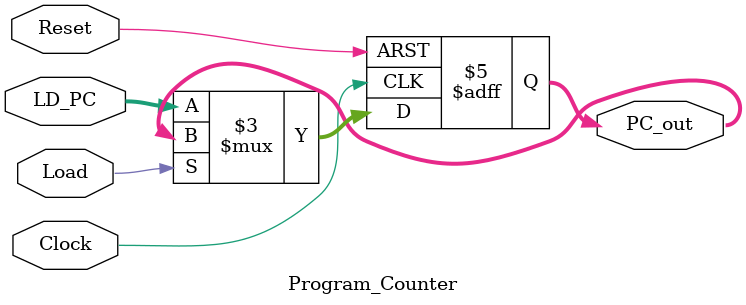
<source format=v>
`timescale 1ns / 1ps

module Program_Counter(
								input Clock , Reset , Load ,
								input [15:0] LD_PC ,
								output reg [15:0] PC_out
								);

always @(posedge Clock or posedge Reset)
begin
	if (Reset)
		PC_out <= 0;
	else
	begin
		if (~(Load))
			PC_out <= LD_PC;
		end
end

endmodule

</source>
